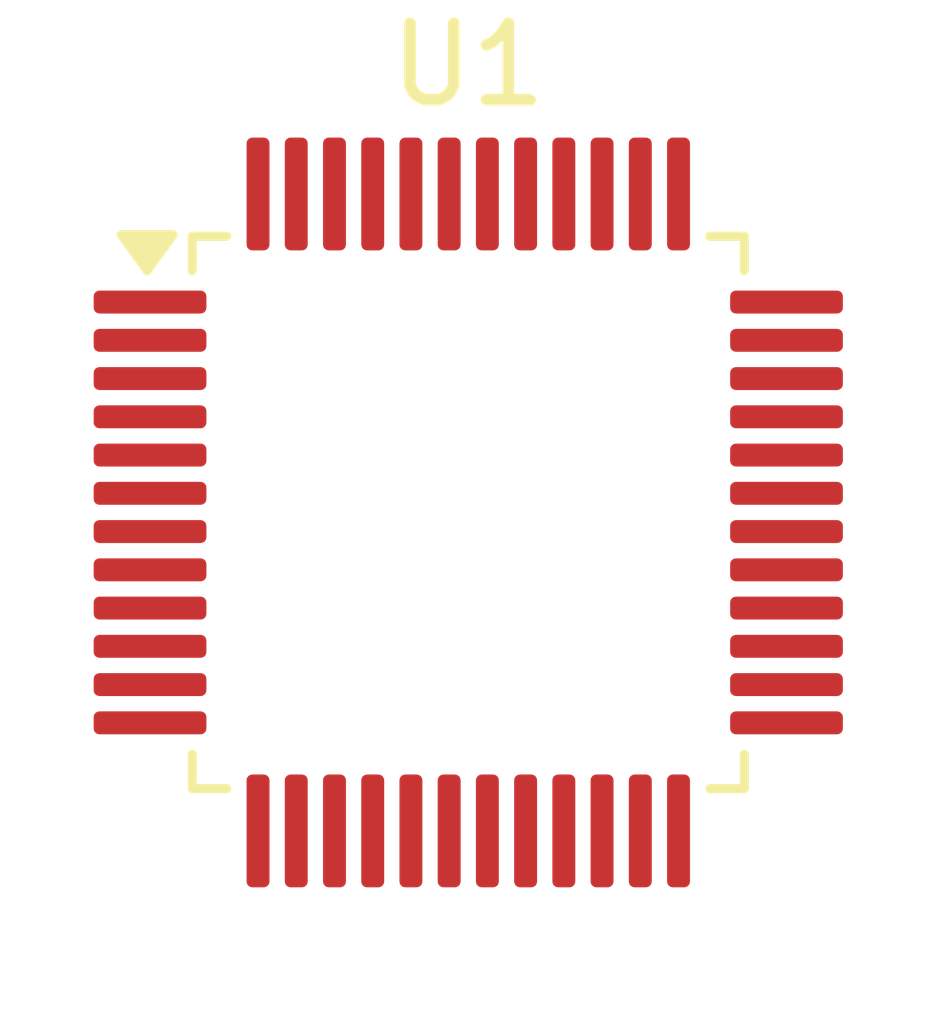
<source format=kicad_pcb>
(kicad_pcb (version 20240108) (generator "pcbnew") (generator_version "8.0")
  (layers (0 "F.Cu" signal) (31 "B.Cu" signal) (34 "B.Paste" user) (35 "F.Paste" user) (36 "B.SilkS" user "B.Silkscreen") (37 "F.SilkS" user "F.Silkscreen") (38 "B.Mask" user) (39 "F.Mask" user) (44 "Edge.Cuts" user))
  (net 0 "")
  (net 6 "Net-(U1-VSS-Pad23)")
  (footprint "Package_QFP:LQFP-48_7x7mm_P0.5mm" (layer "F.Cu") (at 52.3375 28.25)
    (property "Reference" "U1" (at 0 -5.85 0) (layer "F.SilkS"))
    (property "Value" "STM32F103C8Tx")
    (fp_line (start -3.61 -3.61) (end -3.61 -3.16) (stroke (width 0.12)) (layer "F.SilkS"))
    (fp_line (start -3.61 3.61) (end -3.61 3.16) (stroke (width 0.12)) (layer "F.SilkS"))
    (fp_line (start -3.16 -3.61) (end -3.61 -3.61) (stroke (width 0.12)) (layer "F.SilkS"))
    (fp_line (start -3.16 3.61) (end -3.61 3.61) (stroke (width 0.12)) (layer "F.SilkS"))
    (fp_line (start 3.16 -3.61) (end 3.61 -3.61) (stroke (width 0.12)) (layer "F.SilkS"))
    (fp_line (start 3.16 3.61) (end 3.61 3.61) (stroke (width 0.12)) (layer "F.SilkS"))
    (fp_line (start 3.61 -3.61) (end 3.61 -3.16) (stroke (width 0.12)) (layer "F.SilkS"))
    (fp_line (start 3.61 3.61) (end 3.61 3.16) (stroke (width 0.12)) (layer "F.SilkS"))
    (fp_poly (pts (xy -4.2 -3.16) (xy -4.54 -3.63) (xy -3.86 -3.63) (xy -4.2 -3.16)) (stroke (width 0.12)) (fill solid) (layer "F.SilkS"))
    (pad "1" smd roundrect (at -4.1625 -2.75) (size 1.475 0.3) (layers "F.Cu" "F.Paste" "F.Mask"))
    (pad "2" smd roundrect (at -4.1625 -2.25) (size 1.475 0.3) (layers "F.Cu" "F.Paste" "F.Mask"))
    (pad "3" smd roundrect (at -4.1625 -1.75) (size 1.475 0.3) (layers "F.Cu" "F.Paste" "F.Mask"))
    (pad "4" smd roundrect (at -4.1625 -1.25) (size 1.475 0.3) (layers "F.Cu" "F.Paste" "F.Mask"))
    (pad "5" smd roundrect (at -4.1625 -0.75) (size 1.475 0.3) (layers "F.Cu" "F.Paste" "F.Mask"))
    (pad "6" smd roundrect (at -4.1625 -0.25) (size 1.475 0.3) (layers "F.Cu" "F.Paste" "F.Mask"))
    (pad "7" smd roundrect (at -4.1625 0.25) (size 1.475 0.3) (layers "F.Cu" "F.Paste" "F.Mask"))
    (pad "8" smd roundrect (at -4.1625 0.75) (size 1.475 0.3) (layers "F.Cu" "F.Paste" "F.Mask"))
    (pad "9" smd roundrect (at -4.1625 1.25) (size 1.475 0.3) (layers "F.Cu" "F.Paste" "F.Mask"))
    (pad "10" smd roundrect (at -4.1625 1.75) (size 1.475 0.3) (layers "F.Cu" "F.Paste" "F.Mask"))
    (pad "11" smd roundrect (at -4.1625 2.25) (size 1.475 0.3) (layers "F.Cu" "F.Paste" "F.Mask"))
    (pad "12" smd roundrect (at -4.1625 2.75) (size 1.475 0.3) (layers "F.Cu" "F.Paste" "F.Mask"))
    (pad "13" smd roundrect (at -2.75 4.1625) (size 0.3 1.475) (layers "F.Cu" "F.Paste" "F.Mask"))
    (pad "14" smd roundrect (at -2.25 4.1625) (size 0.3 1.475) (layers "F.Cu" "F.Paste" "F.Mask"))
    (pad "15" smd roundrect (at -1.75 4.1625) (size 0.3 1.475) (layers "F.Cu" "F.Paste" "F.Mask"))
    (pad "16" smd roundrect (at -1.25 4.1625) (size 0.3 1.475) (layers "F.Cu" "F.Paste" "F.Mask"))
    (pad "17" smd roundrect (at -0.75 4.1625) (size 0.3 1.475) (layers "F.Cu" "F.Paste" "F.Mask"))
    (pad "18" smd roundrect (at -0.25 4.1625) (size 0.3 1.475) (layers "F.Cu" "F.Paste" "F.Mask"))
    (pad "19" smd roundrect (at 0.25 4.1625) (size 0.3 1.475) (layers "F.Cu" "F.Paste" "F.Mask"))
    (pad "20" smd roundrect (at 0.75 4.1625) (size 0.3 1.475) (layers "F.Cu" "F.Paste" "F.Mask"))
    (pad "21" smd roundrect (at 1.25 4.1625) (size 0.3 1.475) (layers "F.Cu" "F.Paste" "F.Mask"))
    (pad "22" smd roundrect (at 1.75 4.1625) (size 0.3 1.475) (layers "F.Cu" "F.Paste" "F.Mask"))
    (pad "23" smd roundrect (at 2.25 4.1625) (size 0.3 1.475) (layers "F.Cu" "F.Paste" "F.Mask") (net 6 "Net-(U1-VSS-Pad23)"))
    (pad "24" smd roundrect (at 2.75 4.1625) (size 0.3 1.475) (layers "F.Cu" "F.Paste" "F.Mask"))
    (pad "25" smd roundrect (at 4.1625 2.75) (size 1.475 0.3) (layers "F.Cu" "F.Paste" "F.Mask"))
    (pad "26" smd roundrect (at 4.1625 2.25) (size 1.475 0.3) (layers "F.Cu" "F.Paste" "F.Mask"))
    (pad "27" smd roundrect (at 4.1625 1.75) (size 1.475 0.3) (layers "F.Cu" "F.Paste" "F.Mask"))
    (pad "28" smd roundrect (at 4.1625 1.25) (size 1.475 0.3) (layers "F.Cu" "F.Paste" "F.Mask"))
    (pad "29" smd roundrect (at 4.1625 0.75) (size 1.475 0.3) (layers "F.Cu" "F.Paste" "F.Mask"))
    (pad "30" smd roundrect (at 4.1625 0.25) (size 1.475 0.3) (layers "F.Cu" "F.Paste" "F.Mask"))
    (pad "31" smd roundrect (at 4.1625 -0.25) (size 1.475 0.3) (layers "F.Cu" "F.Paste" "F.Mask"))
    (pad "32" smd roundrect (at 4.1625 -0.75) (size 1.475 0.3) (layers "F.Cu" "F.Paste" "F.Mask"))
    (pad "33" smd roundrect (at 4.1625 -1.25) (size 1.475 0.3) (layers "F.Cu" "F.Paste" "F.Mask"))
    (pad "34" smd roundrect (at 4.1625 -1.75) (size 1.475 0.3) (layers "F.Cu" "F.Paste" "F.Mask"))
    (pad "35" smd roundrect (at 4.1625 -2.25) (size 1.475 0.3) (layers "F.Cu" "F.Paste" "F.Mask") (net 6 "Net-(U1-VSS-Pad23)"))
    (pad "36" smd roundrect (at 4.1625 -2.75) (size 1.475 0.3) (layers "F.Cu" "F.Paste" "F.Mask"))
    (pad "37" smd roundrect (at 2.75 -4.1625) (size 0.3 1.475) (layers "F.Cu" "F.Paste" "F.Mask"))
    (pad "38" smd roundrect (at 2.25 -4.1625) (size 0.3 1.475) (layers "F.Cu" "F.Paste" "F.Mask"))
    (pad "39" smd roundrect (at 1.75 -4.1625) (size 0.3 1.475) (layers "F.Cu" "F.Paste" "F.Mask"))
    (pad "40" smd roundrect (at 1.25 -4.1625) (size 0.3 1.475) (layers "F.Cu" "F.Paste" "F.Mask"))
    (pad "41" smd roundrect (at 0.75 -4.1625) (size 0.3 1.475) (layers "F.Cu" "F.Paste" "F.Mask"))
    (pad "42" smd roundrect (at 0.25 -4.1625) (size 0.3 1.475) (layers "F.Cu" "F.Paste" "F.Mask"))
    (pad "43" smd roundrect (at -0.25 -4.1625) (size 0.3 1.475) (layers "F.Cu" "F.Paste" "F.Mask"))
    (pad "44" smd roundrect (at -0.75 -4.1625) (size 0.3 1.475) (layers "F.Cu" "F.Paste" "F.Mask"))
    (pad "45" smd roundrect (at -1.25 -4.1625) (size 0.3 1.475) (layers "F.Cu" "F.Paste" "F.Mask"))
    (pad "46" smd roundrect (at -1.75 -4.1625) (size 0.3 1.475) (layers "F.Cu" "F.Paste" "F.Mask"))
    (pad "47" smd roundrect (at -2.25 -4.1625) (size 0.3 1.475) (layers "F.Cu" "F.Paste" "F.Mask") (net 6 "Net-(U1-VSS-Pad23)"))
    (pad "48" smd roundrect (at -2.75 -4.1625) (size 0.3 1.475) (layers "F.Cu" "F.Paste" "F.Mask"))
  )
)
</source>
